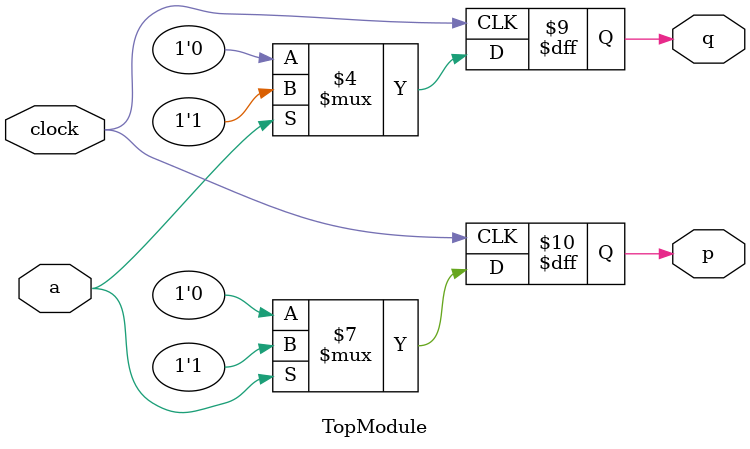
<source format=sv>

module TopModule (
  input clock,
  input a,
  output reg p,
  output reg q
);
always @(posedge clock) begin
  if (a) begin
    p <= 1'b1;
  end else begin
    p <= 1'b0;
  end
end

always @(posedge clock) begin
  if (a) begin
    q <= 1'b1;
  end else begin
    q <= 1'b0;
  end
end

endmodule

</source>
